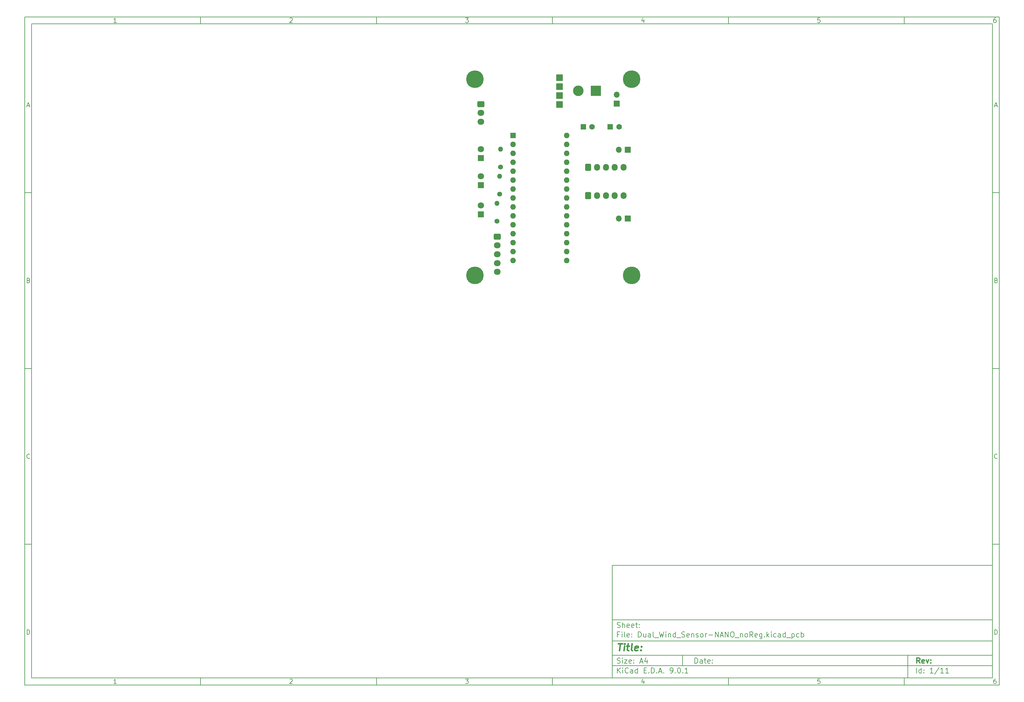
<source format=gbr>
%TF.GenerationSoftware,KiCad,Pcbnew,9.0.1*%
%TF.CreationDate,2025-07-06T08:30:04+03:00*%
%TF.ProjectId,Dual_Wind_Sensor-NANO_noReg,4475616c-5f57-4696-9e64-5f53656e736f,rev?*%
%TF.SameCoordinates,Original*%
%TF.FileFunction,Copper,L1,Top*%
%TF.FilePolarity,Positive*%
%FSLAX46Y46*%
G04 Gerber Fmt 4.6, Leading zero omitted, Abs format (unit mm)*
G04 Created by KiCad (PCBNEW 9.0.1) date 2025-07-06 08:30:04*
%MOMM*%
%LPD*%
G01*
G04 APERTURE LIST*
G04 Aperture macros list*
%AMRoundRect*
0 Rectangle with rounded corners*
0 $1 Rounding radius*
0 $2 $3 $4 $5 $6 $7 $8 $9 X,Y pos of 4 corners*
0 Add a 4 corners polygon primitive as box body*
4,1,4,$2,$3,$4,$5,$6,$7,$8,$9,$2,$3,0*
0 Add four circle primitives for the rounded corners*
1,1,$1+$1,$2,$3*
1,1,$1+$1,$4,$5*
1,1,$1+$1,$6,$7*
1,1,$1+$1,$8,$9*
0 Add four rect primitives between the rounded corners*
20,1,$1+$1,$2,$3,$4,$5,0*
20,1,$1+$1,$4,$5,$6,$7,0*
20,1,$1+$1,$6,$7,$8,$9,0*
20,1,$1+$1,$8,$9,$2,$3,0*%
G04 Aperture macros list end*
%ADD10C,0.100000*%
%ADD11C,0.150000*%
%ADD12C,0.300000*%
%ADD13C,0.400000*%
%TA.AperFunction,ComponentPad*%
%ADD14C,1.400000*%
%TD*%
%TA.AperFunction,ComponentPad*%
%ADD15O,1.400000X1.400000*%
%TD*%
%TA.AperFunction,ComponentPad*%
%ADD16RoundRect,0.250000X-0.725000X0.600000X-0.725000X-0.600000X0.725000X-0.600000X0.725000X0.600000X0*%
%TD*%
%TA.AperFunction,ComponentPad*%
%ADD17O,1.950000X1.700000*%
%TD*%
%TA.AperFunction,ComponentPad*%
%ADD18R,1.700000X1.700000*%
%TD*%
%TA.AperFunction,ComponentPad*%
%ADD19O,1.700000X1.700000*%
%TD*%
%TA.AperFunction,ComponentPad*%
%ADD20R,1.600000X1.600000*%
%TD*%
%TA.AperFunction,ComponentPad*%
%ADD21C,1.600000*%
%TD*%
%TA.AperFunction,ComponentPad*%
%ADD22RoundRect,0.250000X-0.600000X-0.725000X0.600000X-0.725000X0.600000X0.725000X-0.600000X0.725000X0*%
%TD*%
%TA.AperFunction,ComponentPad*%
%ADD23O,1.700000X1.950000*%
%TD*%
%TA.AperFunction,ComponentPad*%
%ADD24R,1.800000X1.800000*%
%TD*%
%TA.AperFunction,ComponentPad*%
%ADD25C,1.800000*%
%TD*%
%TA.AperFunction,ComponentPad*%
%ADD26O,1.600000X1.600000*%
%TD*%
%TA.AperFunction,ComponentPad*%
%ADD27C,0.800000*%
%TD*%
%TA.AperFunction,ComponentPad*%
%ADD28C,5.000000*%
%TD*%
%TA.AperFunction,ComponentPad*%
%ADD29R,1.930400X1.930400*%
%TD*%
%TA.AperFunction,ComponentPad*%
%ADD30R,3.000000X3.000000*%
%TD*%
%TA.AperFunction,ComponentPad*%
%ADD31C,3.000000*%
%TD*%
G04 APERTURE END LIST*
D10*
D11*
X177002200Y-166007200D02*
X285002200Y-166007200D01*
X285002200Y-198007200D01*
X177002200Y-198007200D01*
X177002200Y-166007200D01*
D10*
D11*
X10000000Y-10000000D02*
X287002200Y-10000000D01*
X287002200Y-200007200D01*
X10000000Y-200007200D01*
X10000000Y-10000000D01*
D10*
D11*
X12000000Y-12000000D02*
X285002200Y-12000000D01*
X285002200Y-198007200D01*
X12000000Y-198007200D01*
X12000000Y-12000000D01*
D10*
D11*
X60000000Y-12000000D02*
X60000000Y-10000000D01*
D10*
D11*
X110000000Y-12000000D02*
X110000000Y-10000000D01*
D10*
D11*
X160000000Y-12000000D02*
X160000000Y-10000000D01*
D10*
D11*
X210000000Y-12000000D02*
X210000000Y-10000000D01*
D10*
D11*
X260000000Y-12000000D02*
X260000000Y-10000000D01*
D10*
D11*
X36089160Y-11593604D02*
X35346303Y-11593604D01*
X35717731Y-11593604D02*
X35717731Y-10293604D01*
X35717731Y-10293604D02*
X35593922Y-10479319D01*
X35593922Y-10479319D02*
X35470112Y-10603128D01*
X35470112Y-10603128D02*
X35346303Y-10665033D01*
D10*
D11*
X85346303Y-10417414D02*
X85408207Y-10355509D01*
X85408207Y-10355509D02*
X85532017Y-10293604D01*
X85532017Y-10293604D02*
X85841541Y-10293604D01*
X85841541Y-10293604D02*
X85965350Y-10355509D01*
X85965350Y-10355509D02*
X86027255Y-10417414D01*
X86027255Y-10417414D02*
X86089160Y-10541223D01*
X86089160Y-10541223D02*
X86089160Y-10665033D01*
X86089160Y-10665033D02*
X86027255Y-10850747D01*
X86027255Y-10850747D02*
X85284398Y-11593604D01*
X85284398Y-11593604D02*
X86089160Y-11593604D01*
D10*
D11*
X135284398Y-10293604D02*
X136089160Y-10293604D01*
X136089160Y-10293604D02*
X135655826Y-10788842D01*
X135655826Y-10788842D02*
X135841541Y-10788842D01*
X135841541Y-10788842D02*
X135965350Y-10850747D01*
X135965350Y-10850747D02*
X136027255Y-10912652D01*
X136027255Y-10912652D02*
X136089160Y-11036461D01*
X136089160Y-11036461D02*
X136089160Y-11345985D01*
X136089160Y-11345985D02*
X136027255Y-11469795D01*
X136027255Y-11469795D02*
X135965350Y-11531700D01*
X135965350Y-11531700D02*
X135841541Y-11593604D01*
X135841541Y-11593604D02*
X135470112Y-11593604D01*
X135470112Y-11593604D02*
X135346303Y-11531700D01*
X135346303Y-11531700D02*
X135284398Y-11469795D01*
D10*
D11*
X185965350Y-10726938D02*
X185965350Y-11593604D01*
X185655826Y-10231700D02*
X185346303Y-11160271D01*
X185346303Y-11160271D02*
X186151064Y-11160271D01*
D10*
D11*
X236027255Y-10293604D02*
X235408207Y-10293604D01*
X235408207Y-10293604D02*
X235346303Y-10912652D01*
X235346303Y-10912652D02*
X235408207Y-10850747D01*
X235408207Y-10850747D02*
X235532017Y-10788842D01*
X235532017Y-10788842D02*
X235841541Y-10788842D01*
X235841541Y-10788842D02*
X235965350Y-10850747D01*
X235965350Y-10850747D02*
X236027255Y-10912652D01*
X236027255Y-10912652D02*
X236089160Y-11036461D01*
X236089160Y-11036461D02*
X236089160Y-11345985D01*
X236089160Y-11345985D02*
X236027255Y-11469795D01*
X236027255Y-11469795D02*
X235965350Y-11531700D01*
X235965350Y-11531700D02*
X235841541Y-11593604D01*
X235841541Y-11593604D02*
X235532017Y-11593604D01*
X235532017Y-11593604D02*
X235408207Y-11531700D01*
X235408207Y-11531700D02*
X235346303Y-11469795D01*
D10*
D11*
X285965350Y-10293604D02*
X285717731Y-10293604D01*
X285717731Y-10293604D02*
X285593922Y-10355509D01*
X285593922Y-10355509D02*
X285532017Y-10417414D01*
X285532017Y-10417414D02*
X285408207Y-10603128D01*
X285408207Y-10603128D02*
X285346303Y-10850747D01*
X285346303Y-10850747D02*
X285346303Y-11345985D01*
X285346303Y-11345985D02*
X285408207Y-11469795D01*
X285408207Y-11469795D02*
X285470112Y-11531700D01*
X285470112Y-11531700D02*
X285593922Y-11593604D01*
X285593922Y-11593604D02*
X285841541Y-11593604D01*
X285841541Y-11593604D02*
X285965350Y-11531700D01*
X285965350Y-11531700D02*
X286027255Y-11469795D01*
X286027255Y-11469795D02*
X286089160Y-11345985D01*
X286089160Y-11345985D02*
X286089160Y-11036461D01*
X286089160Y-11036461D02*
X286027255Y-10912652D01*
X286027255Y-10912652D02*
X285965350Y-10850747D01*
X285965350Y-10850747D02*
X285841541Y-10788842D01*
X285841541Y-10788842D02*
X285593922Y-10788842D01*
X285593922Y-10788842D02*
X285470112Y-10850747D01*
X285470112Y-10850747D02*
X285408207Y-10912652D01*
X285408207Y-10912652D02*
X285346303Y-11036461D01*
D10*
D11*
X60000000Y-198007200D02*
X60000000Y-200007200D01*
D10*
D11*
X110000000Y-198007200D02*
X110000000Y-200007200D01*
D10*
D11*
X160000000Y-198007200D02*
X160000000Y-200007200D01*
D10*
D11*
X210000000Y-198007200D02*
X210000000Y-200007200D01*
D10*
D11*
X260000000Y-198007200D02*
X260000000Y-200007200D01*
D10*
D11*
X36089160Y-199600804D02*
X35346303Y-199600804D01*
X35717731Y-199600804D02*
X35717731Y-198300804D01*
X35717731Y-198300804D02*
X35593922Y-198486519D01*
X35593922Y-198486519D02*
X35470112Y-198610328D01*
X35470112Y-198610328D02*
X35346303Y-198672233D01*
D10*
D11*
X85346303Y-198424614D02*
X85408207Y-198362709D01*
X85408207Y-198362709D02*
X85532017Y-198300804D01*
X85532017Y-198300804D02*
X85841541Y-198300804D01*
X85841541Y-198300804D02*
X85965350Y-198362709D01*
X85965350Y-198362709D02*
X86027255Y-198424614D01*
X86027255Y-198424614D02*
X86089160Y-198548423D01*
X86089160Y-198548423D02*
X86089160Y-198672233D01*
X86089160Y-198672233D02*
X86027255Y-198857947D01*
X86027255Y-198857947D02*
X85284398Y-199600804D01*
X85284398Y-199600804D02*
X86089160Y-199600804D01*
D10*
D11*
X135284398Y-198300804D02*
X136089160Y-198300804D01*
X136089160Y-198300804D02*
X135655826Y-198796042D01*
X135655826Y-198796042D02*
X135841541Y-198796042D01*
X135841541Y-198796042D02*
X135965350Y-198857947D01*
X135965350Y-198857947D02*
X136027255Y-198919852D01*
X136027255Y-198919852D02*
X136089160Y-199043661D01*
X136089160Y-199043661D02*
X136089160Y-199353185D01*
X136089160Y-199353185D02*
X136027255Y-199476995D01*
X136027255Y-199476995D02*
X135965350Y-199538900D01*
X135965350Y-199538900D02*
X135841541Y-199600804D01*
X135841541Y-199600804D02*
X135470112Y-199600804D01*
X135470112Y-199600804D02*
X135346303Y-199538900D01*
X135346303Y-199538900D02*
X135284398Y-199476995D01*
D10*
D11*
X185965350Y-198734138D02*
X185965350Y-199600804D01*
X185655826Y-198238900D02*
X185346303Y-199167471D01*
X185346303Y-199167471D02*
X186151064Y-199167471D01*
D10*
D11*
X236027255Y-198300804D02*
X235408207Y-198300804D01*
X235408207Y-198300804D02*
X235346303Y-198919852D01*
X235346303Y-198919852D02*
X235408207Y-198857947D01*
X235408207Y-198857947D02*
X235532017Y-198796042D01*
X235532017Y-198796042D02*
X235841541Y-198796042D01*
X235841541Y-198796042D02*
X235965350Y-198857947D01*
X235965350Y-198857947D02*
X236027255Y-198919852D01*
X236027255Y-198919852D02*
X236089160Y-199043661D01*
X236089160Y-199043661D02*
X236089160Y-199353185D01*
X236089160Y-199353185D02*
X236027255Y-199476995D01*
X236027255Y-199476995D02*
X235965350Y-199538900D01*
X235965350Y-199538900D02*
X235841541Y-199600804D01*
X235841541Y-199600804D02*
X235532017Y-199600804D01*
X235532017Y-199600804D02*
X235408207Y-199538900D01*
X235408207Y-199538900D02*
X235346303Y-199476995D01*
D10*
D11*
X285965350Y-198300804D02*
X285717731Y-198300804D01*
X285717731Y-198300804D02*
X285593922Y-198362709D01*
X285593922Y-198362709D02*
X285532017Y-198424614D01*
X285532017Y-198424614D02*
X285408207Y-198610328D01*
X285408207Y-198610328D02*
X285346303Y-198857947D01*
X285346303Y-198857947D02*
X285346303Y-199353185D01*
X285346303Y-199353185D02*
X285408207Y-199476995D01*
X285408207Y-199476995D02*
X285470112Y-199538900D01*
X285470112Y-199538900D02*
X285593922Y-199600804D01*
X285593922Y-199600804D02*
X285841541Y-199600804D01*
X285841541Y-199600804D02*
X285965350Y-199538900D01*
X285965350Y-199538900D02*
X286027255Y-199476995D01*
X286027255Y-199476995D02*
X286089160Y-199353185D01*
X286089160Y-199353185D02*
X286089160Y-199043661D01*
X286089160Y-199043661D02*
X286027255Y-198919852D01*
X286027255Y-198919852D02*
X285965350Y-198857947D01*
X285965350Y-198857947D02*
X285841541Y-198796042D01*
X285841541Y-198796042D02*
X285593922Y-198796042D01*
X285593922Y-198796042D02*
X285470112Y-198857947D01*
X285470112Y-198857947D02*
X285408207Y-198919852D01*
X285408207Y-198919852D02*
X285346303Y-199043661D01*
D10*
D11*
X10000000Y-60000000D02*
X12000000Y-60000000D01*
D10*
D11*
X10000000Y-110000000D02*
X12000000Y-110000000D01*
D10*
D11*
X10000000Y-160000000D02*
X12000000Y-160000000D01*
D10*
D11*
X10690476Y-35222176D02*
X11309523Y-35222176D01*
X10566666Y-35593604D02*
X10999999Y-34293604D01*
X10999999Y-34293604D02*
X11433333Y-35593604D01*
D10*
D11*
X11092857Y-84912652D02*
X11278571Y-84974557D01*
X11278571Y-84974557D02*
X11340476Y-85036461D01*
X11340476Y-85036461D02*
X11402380Y-85160271D01*
X11402380Y-85160271D02*
X11402380Y-85345985D01*
X11402380Y-85345985D02*
X11340476Y-85469795D01*
X11340476Y-85469795D02*
X11278571Y-85531700D01*
X11278571Y-85531700D02*
X11154761Y-85593604D01*
X11154761Y-85593604D02*
X10659523Y-85593604D01*
X10659523Y-85593604D02*
X10659523Y-84293604D01*
X10659523Y-84293604D02*
X11092857Y-84293604D01*
X11092857Y-84293604D02*
X11216666Y-84355509D01*
X11216666Y-84355509D02*
X11278571Y-84417414D01*
X11278571Y-84417414D02*
X11340476Y-84541223D01*
X11340476Y-84541223D02*
X11340476Y-84665033D01*
X11340476Y-84665033D02*
X11278571Y-84788842D01*
X11278571Y-84788842D02*
X11216666Y-84850747D01*
X11216666Y-84850747D02*
X11092857Y-84912652D01*
X11092857Y-84912652D02*
X10659523Y-84912652D01*
D10*
D11*
X11402380Y-135469795D02*
X11340476Y-135531700D01*
X11340476Y-135531700D02*
X11154761Y-135593604D01*
X11154761Y-135593604D02*
X11030952Y-135593604D01*
X11030952Y-135593604D02*
X10845238Y-135531700D01*
X10845238Y-135531700D02*
X10721428Y-135407890D01*
X10721428Y-135407890D02*
X10659523Y-135284080D01*
X10659523Y-135284080D02*
X10597619Y-135036461D01*
X10597619Y-135036461D02*
X10597619Y-134850747D01*
X10597619Y-134850747D02*
X10659523Y-134603128D01*
X10659523Y-134603128D02*
X10721428Y-134479319D01*
X10721428Y-134479319D02*
X10845238Y-134355509D01*
X10845238Y-134355509D02*
X11030952Y-134293604D01*
X11030952Y-134293604D02*
X11154761Y-134293604D01*
X11154761Y-134293604D02*
X11340476Y-134355509D01*
X11340476Y-134355509D02*
X11402380Y-134417414D01*
D10*
D11*
X10659523Y-185593604D02*
X10659523Y-184293604D01*
X10659523Y-184293604D02*
X10969047Y-184293604D01*
X10969047Y-184293604D02*
X11154761Y-184355509D01*
X11154761Y-184355509D02*
X11278571Y-184479319D01*
X11278571Y-184479319D02*
X11340476Y-184603128D01*
X11340476Y-184603128D02*
X11402380Y-184850747D01*
X11402380Y-184850747D02*
X11402380Y-185036461D01*
X11402380Y-185036461D02*
X11340476Y-185284080D01*
X11340476Y-185284080D02*
X11278571Y-185407890D01*
X11278571Y-185407890D02*
X11154761Y-185531700D01*
X11154761Y-185531700D02*
X10969047Y-185593604D01*
X10969047Y-185593604D02*
X10659523Y-185593604D01*
D10*
D11*
X287002200Y-60000000D02*
X285002200Y-60000000D01*
D10*
D11*
X287002200Y-110000000D02*
X285002200Y-110000000D01*
D10*
D11*
X287002200Y-160000000D02*
X285002200Y-160000000D01*
D10*
D11*
X285692676Y-35222176D02*
X286311723Y-35222176D01*
X285568866Y-35593604D02*
X286002199Y-34293604D01*
X286002199Y-34293604D02*
X286435533Y-35593604D01*
D10*
D11*
X286095057Y-84912652D02*
X286280771Y-84974557D01*
X286280771Y-84974557D02*
X286342676Y-85036461D01*
X286342676Y-85036461D02*
X286404580Y-85160271D01*
X286404580Y-85160271D02*
X286404580Y-85345985D01*
X286404580Y-85345985D02*
X286342676Y-85469795D01*
X286342676Y-85469795D02*
X286280771Y-85531700D01*
X286280771Y-85531700D02*
X286156961Y-85593604D01*
X286156961Y-85593604D02*
X285661723Y-85593604D01*
X285661723Y-85593604D02*
X285661723Y-84293604D01*
X285661723Y-84293604D02*
X286095057Y-84293604D01*
X286095057Y-84293604D02*
X286218866Y-84355509D01*
X286218866Y-84355509D02*
X286280771Y-84417414D01*
X286280771Y-84417414D02*
X286342676Y-84541223D01*
X286342676Y-84541223D02*
X286342676Y-84665033D01*
X286342676Y-84665033D02*
X286280771Y-84788842D01*
X286280771Y-84788842D02*
X286218866Y-84850747D01*
X286218866Y-84850747D02*
X286095057Y-84912652D01*
X286095057Y-84912652D02*
X285661723Y-84912652D01*
D10*
D11*
X286404580Y-135469795D02*
X286342676Y-135531700D01*
X286342676Y-135531700D02*
X286156961Y-135593604D01*
X286156961Y-135593604D02*
X286033152Y-135593604D01*
X286033152Y-135593604D02*
X285847438Y-135531700D01*
X285847438Y-135531700D02*
X285723628Y-135407890D01*
X285723628Y-135407890D02*
X285661723Y-135284080D01*
X285661723Y-135284080D02*
X285599819Y-135036461D01*
X285599819Y-135036461D02*
X285599819Y-134850747D01*
X285599819Y-134850747D02*
X285661723Y-134603128D01*
X285661723Y-134603128D02*
X285723628Y-134479319D01*
X285723628Y-134479319D02*
X285847438Y-134355509D01*
X285847438Y-134355509D02*
X286033152Y-134293604D01*
X286033152Y-134293604D02*
X286156961Y-134293604D01*
X286156961Y-134293604D02*
X286342676Y-134355509D01*
X286342676Y-134355509D02*
X286404580Y-134417414D01*
D10*
D11*
X285661723Y-185593604D02*
X285661723Y-184293604D01*
X285661723Y-184293604D02*
X285971247Y-184293604D01*
X285971247Y-184293604D02*
X286156961Y-184355509D01*
X286156961Y-184355509D02*
X286280771Y-184479319D01*
X286280771Y-184479319D02*
X286342676Y-184603128D01*
X286342676Y-184603128D02*
X286404580Y-184850747D01*
X286404580Y-184850747D02*
X286404580Y-185036461D01*
X286404580Y-185036461D02*
X286342676Y-185284080D01*
X286342676Y-185284080D02*
X286280771Y-185407890D01*
X286280771Y-185407890D02*
X286156961Y-185531700D01*
X286156961Y-185531700D02*
X285971247Y-185593604D01*
X285971247Y-185593604D02*
X285661723Y-185593604D01*
D10*
D11*
X200458026Y-193793328D02*
X200458026Y-192293328D01*
X200458026Y-192293328D02*
X200815169Y-192293328D01*
X200815169Y-192293328D02*
X201029455Y-192364757D01*
X201029455Y-192364757D02*
X201172312Y-192507614D01*
X201172312Y-192507614D02*
X201243741Y-192650471D01*
X201243741Y-192650471D02*
X201315169Y-192936185D01*
X201315169Y-192936185D02*
X201315169Y-193150471D01*
X201315169Y-193150471D02*
X201243741Y-193436185D01*
X201243741Y-193436185D02*
X201172312Y-193579042D01*
X201172312Y-193579042D02*
X201029455Y-193721900D01*
X201029455Y-193721900D02*
X200815169Y-193793328D01*
X200815169Y-193793328D02*
X200458026Y-193793328D01*
X202600884Y-193793328D02*
X202600884Y-193007614D01*
X202600884Y-193007614D02*
X202529455Y-192864757D01*
X202529455Y-192864757D02*
X202386598Y-192793328D01*
X202386598Y-192793328D02*
X202100884Y-192793328D01*
X202100884Y-192793328D02*
X201958026Y-192864757D01*
X202600884Y-193721900D02*
X202458026Y-193793328D01*
X202458026Y-193793328D02*
X202100884Y-193793328D01*
X202100884Y-193793328D02*
X201958026Y-193721900D01*
X201958026Y-193721900D02*
X201886598Y-193579042D01*
X201886598Y-193579042D02*
X201886598Y-193436185D01*
X201886598Y-193436185D02*
X201958026Y-193293328D01*
X201958026Y-193293328D02*
X202100884Y-193221900D01*
X202100884Y-193221900D02*
X202458026Y-193221900D01*
X202458026Y-193221900D02*
X202600884Y-193150471D01*
X203100884Y-192793328D02*
X203672312Y-192793328D01*
X203315169Y-192293328D02*
X203315169Y-193579042D01*
X203315169Y-193579042D02*
X203386598Y-193721900D01*
X203386598Y-193721900D02*
X203529455Y-193793328D01*
X203529455Y-193793328D02*
X203672312Y-193793328D01*
X204743741Y-193721900D02*
X204600884Y-193793328D01*
X204600884Y-193793328D02*
X204315170Y-193793328D01*
X204315170Y-193793328D02*
X204172312Y-193721900D01*
X204172312Y-193721900D02*
X204100884Y-193579042D01*
X204100884Y-193579042D02*
X204100884Y-193007614D01*
X204100884Y-193007614D02*
X204172312Y-192864757D01*
X204172312Y-192864757D02*
X204315170Y-192793328D01*
X204315170Y-192793328D02*
X204600884Y-192793328D01*
X204600884Y-192793328D02*
X204743741Y-192864757D01*
X204743741Y-192864757D02*
X204815170Y-193007614D01*
X204815170Y-193007614D02*
X204815170Y-193150471D01*
X204815170Y-193150471D02*
X204100884Y-193293328D01*
X205458026Y-193650471D02*
X205529455Y-193721900D01*
X205529455Y-193721900D02*
X205458026Y-193793328D01*
X205458026Y-193793328D02*
X205386598Y-193721900D01*
X205386598Y-193721900D02*
X205458026Y-193650471D01*
X205458026Y-193650471D02*
X205458026Y-193793328D01*
X205458026Y-192864757D02*
X205529455Y-192936185D01*
X205529455Y-192936185D02*
X205458026Y-193007614D01*
X205458026Y-193007614D02*
X205386598Y-192936185D01*
X205386598Y-192936185D02*
X205458026Y-192864757D01*
X205458026Y-192864757D02*
X205458026Y-193007614D01*
D10*
D11*
X177002200Y-194507200D02*
X285002200Y-194507200D01*
D10*
D11*
X178458026Y-196593328D02*
X178458026Y-195093328D01*
X179315169Y-196593328D02*
X178672312Y-195736185D01*
X179315169Y-195093328D02*
X178458026Y-195950471D01*
X179958026Y-196593328D02*
X179958026Y-195593328D01*
X179958026Y-195093328D02*
X179886598Y-195164757D01*
X179886598Y-195164757D02*
X179958026Y-195236185D01*
X179958026Y-195236185D02*
X180029455Y-195164757D01*
X180029455Y-195164757D02*
X179958026Y-195093328D01*
X179958026Y-195093328D02*
X179958026Y-195236185D01*
X181529455Y-196450471D02*
X181458027Y-196521900D01*
X181458027Y-196521900D02*
X181243741Y-196593328D01*
X181243741Y-196593328D02*
X181100884Y-196593328D01*
X181100884Y-196593328D02*
X180886598Y-196521900D01*
X180886598Y-196521900D02*
X180743741Y-196379042D01*
X180743741Y-196379042D02*
X180672312Y-196236185D01*
X180672312Y-196236185D02*
X180600884Y-195950471D01*
X180600884Y-195950471D02*
X180600884Y-195736185D01*
X180600884Y-195736185D02*
X180672312Y-195450471D01*
X180672312Y-195450471D02*
X180743741Y-195307614D01*
X180743741Y-195307614D02*
X180886598Y-195164757D01*
X180886598Y-195164757D02*
X181100884Y-195093328D01*
X181100884Y-195093328D02*
X181243741Y-195093328D01*
X181243741Y-195093328D02*
X181458027Y-195164757D01*
X181458027Y-195164757D02*
X181529455Y-195236185D01*
X182815170Y-196593328D02*
X182815170Y-195807614D01*
X182815170Y-195807614D02*
X182743741Y-195664757D01*
X182743741Y-195664757D02*
X182600884Y-195593328D01*
X182600884Y-195593328D02*
X182315170Y-195593328D01*
X182315170Y-195593328D02*
X182172312Y-195664757D01*
X182815170Y-196521900D02*
X182672312Y-196593328D01*
X182672312Y-196593328D02*
X182315170Y-196593328D01*
X182315170Y-196593328D02*
X182172312Y-196521900D01*
X182172312Y-196521900D02*
X182100884Y-196379042D01*
X182100884Y-196379042D02*
X182100884Y-196236185D01*
X182100884Y-196236185D02*
X182172312Y-196093328D01*
X182172312Y-196093328D02*
X182315170Y-196021900D01*
X182315170Y-196021900D02*
X182672312Y-196021900D01*
X182672312Y-196021900D02*
X182815170Y-195950471D01*
X184172313Y-196593328D02*
X184172313Y-195093328D01*
X184172313Y-196521900D02*
X184029455Y-196593328D01*
X184029455Y-196593328D02*
X183743741Y-196593328D01*
X183743741Y-196593328D02*
X183600884Y-196521900D01*
X183600884Y-196521900D02*
X183529455Y-196450471D01*
X183529455Y-196450471D02*
X183458027Y-196307614D01*
X183458027Y-196307614D02*
X183458027Y-195879042D01*
X183458027Y-195879042D02*
X183529455Y-195736185D01*
X183529455Y-195736185D02*
X183600884Y-195664757D01*
X183600884Y-195664757D02*
X183743741Y-195593328D01*
X183743741Y-195593328D02*
X184029455Y-195593328D01*
X184029455Y-195593328D02*
X184172313Y-195664757D01*
X186029455Y-195807614D02*
X186529455Y-195807614D01*
X186743741Y-196593328D02*
X186029455Y-196593328D01*
X186029455Y-196593328D02*
X186029455Y-195093328D01*
X186029455Y-195093328D02*
X186743741Y-195093328D01*
X187386598Y-196450471D02*
X187458027Y-196521900D01*
X187458027Y-196521900D02*
X187386598Y-196593328D01*
X187386598Y-196593328D02*
X187315170Y-196521900D01*
X187315170Y-196521900D02*
X187386598Y-196450471D01*
X187386598Y-196450471D02*
X187386598Y-196593328D01*
X188100884Y-196593328D02*
X188100884Y-195093328D01*
X188100884Y-195093328D02*
X188458027Y-195093328D01*
X188458027Y-195093328D02*
X188672313Y-195164757D01*
X188672313Y-195164757D02*
X188815170Y-195307614D01*
X188815170Y-195307614D02*
X188886599Y-195450471D01*
X188886599Y-195450471D02*
X188958027Y-195736185D01*
X188958027Y-195736185D02*
X188958027Y-195950471D01*
X188958027Y-195950471D02*
X188886599Y-196236185D01*
X188886599Y-196236185D02*
X188815170Y-196379042D01*
X188815170Y-196379042D02*
X188672313Y-196521900D01*
X188672313Y-196521900D02*
X188458027Y-196593328D01*
X188458027Y-196593328D02*
X188100884Y-196593328D01*
X189600884Y-196450471D02*
X189672313Y-196521900D01*
X189672313Y-196521900D02*
X189600884Y-196593328D01*
X189600884Y-196593328D02*
X189529456Y-196521900D01*
X189529456Y-196521900D02*
X189600884Y-196450471D01*
X189600884Y-196450471D02*
X189600884Y-196593328D01*
X190243742Y-196164757D02*
X190958028Y-196164757D01*
X190100885Y-196593328D02*
X190600885Y-195093328D01*
X190600885Y-195093328D02*
X191100885Y-196593328D01*
X191600884Y-196450471D02*
X191672313Y-196521900D01*
X191672313Y-196521900D02*
X191600884Y-196593328D01*
X191600884Y-196593328D02*
X191529456Y-196521900D01*
X191529456Y-196521900D02*
X191600884Y-196450471D01*
X191600884Y-196450471D02*
X191600884Y-196593328D01*
X193529456Y-196593328D02*
X193815170Y-196593328D01*
X193815170Y-196593328D02*
X193958027Y-196521900D01*
X193958027Y-196521900D02*
X194029456Y-196450471D01*
X194029456Y-196450471D02*
X194172313Y-196236185D01*
X194172313Y-196236185D02*
X194243742Y-195950471D01*
X194243742Y-195950471D02*
X194243742Y-195379042D01*
X194243742Y-195379042D02*
X194172313Y-195236185D01*
X194172313Y-195236185D02*
X194100885Y-195164757D01*
X194100885Y-195164757D02*
X193958027Y-195093328D01*
X193958027Y-195093328D02*
X193672313Y-195093328D01*
X193672313Y-195093328D02*
X193529456Y-195164757D01*
X193529456Y-195164757D02*
X193458027Y-195236185D01*
X193458027Y-195236185D02*
X193386599Y-195379042D01*
X193386599Y-195379042D02*
X193386599Y-195736185D01*
X193386599Y-195736185D02*
X193458027Y-195879042D01*
X193458027Y-195879042D02*
X193529456Y-195950471D01*
X193529456Y-195950471D02*
X193672313Y-196021900D01*
X193672313Y-196021900D02*
X193958027Y-196021900D01*
X193958027Y-196021900D02*
X194100885Y-195950471D01*
X194100885Y-195950471D02*
X194172313Y-195879042D01*
X194172313Y-195879042D02*
X194243742Y-195736185D01*
X194886598Y-196450471D02*
X194958027Y-196521900D01*
X194958027Y-196521900D02*
X194886598Y-196593328D01*
X194886598Y-196593328D02*
X194815170Y-196521900D01*
X194815170Y-196521900D02*
X194886598Y-196450471D01*
X194886598Y-196450471D02*
X194886598Y-196593328D01*
X195886599Y-195093328D02*
X196029456Y-195093328D01*
X196029456Y-195093328D02*
X196172313Y-195164757D01*
X196172313Y-195164757D02*
X196243742Y-195236185D01*
X196243742Y-195236185D02*
X196315170Y-195379042D01*
X196315170Y-195379042D02*
X196386599Y-195664757D01*
X196386599Y-195664757D02*
X196386599Y-196021900D01*
X196386599Y-196021900D02*
X196315170Y-196307614D01*
X196315170Y-196307614D02*
X196243742Y-196450471D01*
X196243742Y-196450471D02*
X196172313Y-196521900D01*
X196172313Y-196521900D02*
X196029456Y-196593328D01*
X196029456Y-196593328D02*
X195886599Y-196593328D01*
X195886599Y-196593328D02*
X195743742Y-196521900D01*
X195743742Y-196521900D02*
X195672313Y-196450471D01*
X195672313Y-196450471D02*
X195600884Y-196307614D01*
X195600884Y-196307614D02*
X195529456Y-196021900D01*
X195529456Y-196021900D02*
X195529456Y-195664757D01*
X195529456Y-195664757D02*
X195600884Y-195379042D01*
X195600884Y-195379042D02*
X195672313Y-195236185D01*
X195672313Y-195236185D02*
X195743742Y-195164757D01*
X195743742Y-195164757D02*
X195886599Y-195093328D01*
X197029455Y-196450471D02*
X197100884Y-196521900D01*
X197100884Y-196521900D02*
X197029455Y-196593328D01*
X197029455Y-196593328D02*
X196958027Y-196521900D01*
X196958027Y-196521900D02*
X197029455Y-196450471D01*
X197029455Y-196450471D02*
X197029455Y-196593328D01*
X198529456Y-196593328D02*
X197672313Y-196593328D01*
X198100884Y-196593328D02*
X198100884Y-195093328D01*
X198100884Y-195093328D02*
X197958027Y-195307614D01*
X197958027Y-195307614D02*
X197815170Y-195450471D01*
X197815170Y-195450471D02*
X197672313Y-195521900D01*
D10*
D11*
X177002200Y-191507200D02*
X285002200Y-191507200D01*
D10*
D12*
X264413853Y-193785528D02*
X263913853Y-193071242D01*
X263556710Y-193785528D02*
X263556710Y-192285528D01*
X263556710Y-192285528D02*
X264128139Y-192285528D01*
X264128139Y-192285528D02*
X264270996Y-192356957D01*
X264270996Y-192356957D02*
X264342425Y-192428385D01*
X264342425Y-192428385D02*
X264413853Y-192571242D01*
X264413853Y-192571242D02*
X264413853Y-192785528D01*
X264413853Y-192785528D02*
X264342425Y-192928385D01*
X264342425Y-192928385D02*
X264270996Y-192999814D01*
X264270996Y-192999814D02*
X264128139Y-193071242D01*
X264128139Y-193071242D02*
X263556710Y-193071242D01*
X265628139Y-193714100D02*
X265485282Y-193785528D01*
X265485282Y-193785528D02*
X265199568Y-193785528D01*
X265199568Y-193785528D02*
X265056710Y-193714100D01*
X265056710Y-193714100D02*
X264985282Y-193571242D01*
X264985282Y-193571242D02*
X264985282Y-192999814D01*
X264985282Y-192999814D02*
X265056710Y-192856957D01*
X265056710Y-192856957D02*
X265199568Y-192785528D01*
X265199568Y-192785528D02*
X265485282Y-192785528D01*
X265485282Y-192785528D02*
X265628139Y-192856957D01*
X265628139Y-192856957D02*
X265699568Y-192999814D01*
X265699568Y-192999814D02*
X265699568Y-193142671D01*
X265699568Y-193142671D02*
X264985282Y-193285528D01*
X266199567Y-192785528D02*
X266556710Y-193785528D01*
X266556710Y-193785528D02*
X266913853Y-192785528D01*
X267485281Y-193642671D02*
X267556710Y-193714100D01*
X267556710Y-193714100D02*
X267485281Y-193785528D01*
X267485281Y-193785528D02*
X267413853Y-193714100D01*
X267413853Y-193714100D02*
X267485281Y-193642671D01*
X267485281Y-193642671D02*
X267485281Y-193785528D01*
X267485281Y-192856957D02*
X267556710Y-192928385D01*
X267556710Y-192928385D02*
X267485281Y-192999814D01*
X267485281Y-192999814D02*
X267413853Y-192928385D01*
X267413853Y-192928385D02*
X267485281Y-192856957D01*
X267485281Y-192856957D02*
X267485281Y-192999814D01*
D10*
D11*
X178386598Y-193721900D02*
X178600884Y-193793328D01*
X178600884Y-193793328D02*
X178958026Y-193793328D01*
X178958026Y-193793328D02*
X179100884Y-193721900D01*
X179100884Y-193721900D02*
X179172312Y-193650471D01*
X179172312Y-193650471D02*
X179243741Y-193507614D01*
X179243741Y-193507614D02*
X179243741Y-193364757D01*
X179243741Y-193364757D02*
X179172312Y-193221900D01*
X179172312Y-193221900D02*
X179100884Y-193150471D01*
X179100884Y-193150471D02*
X178958026Y-193079042D01*
X178958026Y-193079042D02*
X178672312Y-193007614D01*
X178672312Y-193007614D02*
X178529455Y-192936185D01*
X178529455Y-192936185D02*
X178458026Y-192864757D01*
X178458026Y-192864757D02*
X178386598Y-192721900D01*
X178386598Y-192721900D02*
X178386598Y-192579042D01*
X178386598Y-192579042D02*
X178458026Y-192436185D01*
X178458026Y-192436185D02*
X178529455Y-192364757D01*
X178529455Y-192364757D02*
X178672312Y-192293328D01*
X178672312Y-192293328D02*
X179029455Y-192293328D01*
X179029455Y-192293328D02*
X179243741Y-192364757D01*
X179886597Y-193793328D02*
X179886597Y-192793328D01*
X179886597Y-192293328D02*
X179815169Y-192364757D01*
X179815169Y-192364757D02*
X179886597Y-192436185D01*
X179886597Y-192436185D02*
X179958026Y-192364757D01*
X179958026Y-192364757D02*
X179886597Y-192293328D01*
X179886597Y-192293328D02*
X179886597Y-192436185D01*
X180458026Y-192793328D02*
X181243741Y-192793328D01*
X181243741Y-192793328D02*
X180458026Y-193793328D01*
X180458026Y-193793328D02*
X181243741Y-193793328D01*
X182386598Y-193721900D02*
X182243741Y-193793328D01*
X182243741Y-193793328D02*
X181958027Y-193793328D01*
X181958027Y-193793328D02*
X181815169Y-193721900D01*
X181815169Y-193721900D02*
X181743741Y-193579042D01*
X181743741Y-193579042D02*
X181743741Y-193007614D01*
X181743741Y-193007614D02*
X181815169Y-192864757D01*
X181815169Y-192864757D02*
X181958027Y-192793328D01*
X181958027Y-192793328D02*
X182243741Y-192793328D01*
X182243741Y-192793328D02*
X182386598Y-192864757D01*
X182386598Y-192864757D02*
X182458027Y-193007614D01*
X182458027Y-193007614D02*
X182458027Y-193150471D01*
X182458027Y-193150471D02*
X181743741Y-193293328D01*
X183100883Y-193650471D02*
X183172312Y-193721900D01*
X183172312Y-193721900D02*
X183100883Y-193793328D01*
X183100883Y-193793328D02*
X183029455Y-193721900D01*
X183029455Y-193721900D02*
X183100883Y-193650471D01*
X183100883Y-193650471D02*
X183100883Y-193793328D01*
X183100883Y-192864757D02*
X183172312Y-192936185D01*
X183172312Y-192936185D02*
X183100883Y-193007614D01*
X183100883Y-193007614D02*
X183029455Y-192936185D01*
X183029455Y-192936185D02*
X183100883Y-192864757D01*
X183100883Y-192864757D02*
X183100883Y-193007614D01*
X184886598Y-193364757D02*
X185600884Y-193364757D01*
X184743741Y-193793328D02*
X185243741Y-192293328D01*
X185243741Y-192293328D02*
X185743741Y-193793328D01*
X186886598Y-192793328D02*
X186886598Y-193793328D01*
X186529455Y-192221900D02*
X186172312Y-193293328D01*
X186172312Y-193293328D02*
X187100883Y-193293328D01*
D10*
D11*
X263458026Y-196593328D02*
X263458026Y-195093328D01*
X264815170Y-196593328D02*
X264815170Y-195093328D01*
X264815170Y-196521900D02*
X264672312Y-196593328D01*
X264672312Y-196593328D02*
X264386598Y-196593328D01*
X264386598Y-196593328D02*
X264243741Y-196521900D01*
X264243741Y-196521900D02*
X264172312Y-196450471D01*
X264172312Y-196450471D02*
X264100884Y-196307614D01*
X264100884Y-196307614D02*
X264100884Y-195879042D01*
X264100884Y-195879042D02*
X264172312Y-195736185D01*
X264172312Y-195736185D02*
X264243741Y-195664757D01*
X264243741Y-195664757D02*
X264386598Y-195593328D01*
X264386598Y-195593328D02*
X264672312Y-195593328D01*
X264672312Y-195593328D02*
X264815170Y-195664757D01*
X265529455Y-196450471D02*
X265600884Y-196521900D01*
X265600884Y-196521900D02*
X265529455Y-196593328D01*
X265529455Y-196593328D02*
X265458027Y-196521900D01*
X265458027Y-196521900D02*
X265529455Y-196450471D01*
X265529455Y-196450471D02*
X265529455Y-196593328D01*
X265529455Y-195664757D02*
X265600884Y-195736185D01*
X265600884Y-195736185D02*
X265529455Y-195807614D01*
X265529455Y-195807614D02*
X265458027Y-195736185D01*
X265458027Y-195736185D02*
X265529455Y-195664757D01*
X265529455Y-195664757D02*
X265529455Y-195807614D01*
X268172313Y-196593328D02*
X267315170Y-196593328D01*
X267743741Y-196593328D02*
X267743741Y-195093328D01*
X267743741Y-195093328D02*
X267600884Y-195307614D01*
X267600884Y-195307614D02*
X267458027Y-195450471D01*
X267458027Y-195450471D02*
X267315170Y-195521900D01*
X269886598Y-195021900D02*
X268600884Y-196950471D01*
X271172313Y-196593328D02*
X270315170Y-196593328D01*
X270743741Y-196593328D02*
X270743741Y-195093328D01*
X270743741Y-195093328D02*
X270600884Y-195307614D01*
X270600884Y-195307614D02*
X270458027Y-195450471D01*
X270458027Y-195450471D02*
X270315170Y-195521900D01*
X272600884Y-196593328D02*
X271743741Y-196593328D01*
X272172312Y-196593328D02*
X272172312Y-195093328D01*
X272172312Y-195093328D02*
X272029455Y-195307614D01*
X272029455Y-195307614D02*
X271886598Y-195450471D01*
X271886598Y-195450471D02*
X271743741Y-195521900D01*
D10*
D11*
X177002200Y-187507200D02*
X285002200Y-187507200D01*
D10*
D13*
X178693928Y-188211638D02*
X179836785Y-188211638D01*
X179015357Y-190211638D02*
X179265357Y-188211638D01*
X180253452Y-190211638D02*
X180420119Y-188878304D01*
X180503452Y-188211638D02*
X180396309Y-188306876D01*
X180396309Y-188306876D02*
X180479643Y-188402114D01*
X180479643Y-188402114D02*
X180586786Y-188306876D01*
X180586786Y-188306876D02*
X180503452Y-188211638D01*
X180503452Y-188211638D02*
X180479643Y-188402114D01*
X181086786Y-188878304D02*
X181848690Y-188878304D01*
X181455833Y-188211638D02*
X181241548Y-189925923D01*
X181241548Y-189925923D02*
X181312976Y-190116400D01*
X181312976Y-190116400D02*
X181491548Y-190211638D01*
X181491548Y-190211638D02*
X181682024Y-190211638D01*
X182634405Y-190211638D02*
X182455833Y-190116400D01*
X182455833Y-190116400D02*
X182384405Y-189925923D01*
X182384405Y-189925923D02*
X182598690Y-188211638D01*
X184170119Y-190116400D02*
X183967738Y-190211638D01*
X183967738Y-190211638D02*
X183586785Y-190211638D01*
X183586785Y-190211638D02*
X183408214Y-190116400D01*
X183408214Y-190116400D02*
X183336785Y-189925923D01*
X183336785Y-189925923D02*
X183432024Y-189164019D01*
X183432024Y-189164019D02*
X183551071Y-188973542D01*
X183551071Y-188973542D02*
X183753452Y-188878304D01*
X183753452Y-188878304D02*
X184134404Y-188878304D01*
X184134404Y-188878304D02*
X184312976Y-188973542D01*
X184312976Y-188973542D02*
X184384404Y-189164019D01*
X184384404Y-189164019D02*
X184360595Y-189354495D01*
X184360595Y-189354495D02*
X183384404Y-189544971D01*
X185134405Y-190021161D02*
X185217738Y-190116400D01*
X185217738Y-190116400D02*
X185110595Y-190211638D01*
X185110595Y-190211638D02*
X185027262Y-190116400D01*
X185027262Y-190116400D02*
X185134405Y-190021161D01*
X185134405Y-190021161D02*
X185110595Y-190211638D01*
X185265357Y-188973542D02*
X185348690Y-189068780D01*
X185348690Y-189068780D02*
X185241548Y-189164019D01*
X185241548Y-189164019D02*
X185158214Y-189068780D01*
X185158214Y-189068780D02*
X185265357Y-188973542D01*
X185265357Y-188973542D02*
X185241548Y-189164019D01*
D10*
D11*
X178958026Y-185607614D02*
X178458026Y-185607614D01*
X178458026Y-186393328D02*
X178458026Y-184893328D01*
X178458026Y-184893328D02*
X179172312Y-184893328D01*
X179743740Y-186393328D02*
X179743740Y-185393328D01*
X179743740Y-184893328D02*
X179672312Y-184964757D01*
X179672312Y-184964757D02*
X179743740Y-185036185D01*
X179743740Y-185036185D02*
X179815169Y-184964757D01*
X179815169Y-184964757D02*
X179743740Y-184893328D01*
X179743740Y-184893328D02*
X179743740Y-185036185D01*
X180672312Y-186393328D02*
X180529455Y-186321900D01*
X180529455Y-186321900D02*
X180458026Y-186179042D01*
X180458026Y-186179042D02*
X180458026Y-184893328D01*
X181815169Y-186321900D02*
X181672312Y-186393328D01*
X181672312Y-186393328D02*
X181386598Y-186393328D01*
X181386598Y-186393328D02*
X181243740Y-186321900D01*
X181243740Y-186321900D02*
X181172312Y-186179042D01*
X181172312Y-186179042D02*
X181172312Y-185607614D01*
X181172312Y-185607614D02*
X181243740Y-185464757D01*
X181243740Y-185464757D02*
X181386598Y-185393328D01*
X181386598Y-185393328D02*
X181672312Y-185393328D01*
X181672312Y-185393328D02*
X181815169Y-185464757D01*
X181815169Y-185464757D02*
X181886598Y-185607614D01*
X181886598Y-185607614D02*
X181886598Y-185750471D01*
X181886598Y-185750471D02*
X181172312Y-185893328D01*
X182529454Y-186250471D02*
X182600883Y-186321900D01*
X182600883Y-186321900D02*
X182529454Y-186393328D01*
X182529454Y-186393328D02*
X182458026Y-186321900D01*
X182458026Y-186321900D02*
X182529454Y-186250471D01*
X182529454Y-186250471D02*
X182529454Y-186393328D01*
X182529454Y-185464757D02*
X182600883Y-185536185D01*
X182600883Y-185536185D02*
X182529454Y-185607614D01*
X182529454Y-185607614D02*
X182458026Y-185536185D01*
X182458026Y-185536185D02*
X182529454Y-185464757D01*
X182529454Y-185464757D02*
X182529454Y-185607614D01*
X184386597Y-186393328D02*
X184386597Y-184893328D01*
X184386597Y-184893328D02*
X184743740Y-184893328D01*
X184743740Y-184893328D02*
X184958026Y-184964757D01*
X184958026Y-184964757D02*
X185100883Y-185107614D01*
X185100883Y-185107614D02*
X185172312Y-185250471D01*
X185172312Y-185250471D02*
X185243740Y-185536185D01*
X185243740Y-185536185D02*
X185243740Y-185750471D01*
X185243740Y-185750471D02*
X185172312Y-186036185D01*
X185172312Y-186036185D02*
X185100883Y-186179042D01*
X185100883Y-186179042D02*
X184958026Y-186321900D01*
X184958026Y-186321900D02*
X184743740Y-186393328D01*
X184743740Y-186393328D02*
X184386597Y-186393328D01*
X186529455Y-185393328D02*
X186529455Y-186393328D01*
X185886597Y-185393328D02*
X185886597Y-186179042D01*
X185886597Y-186179042D02*
X185958026Y-186321900D01*
X185958026Y-186321900D02*
X186100883Y-186393328D01*
X186100883Y-186393328D02*
X186315169Y-186393328D01*
X186315169Y-186393328D02*
X186458026Y-186321900D01*
X186458026Y-186321900D02*
X186529455Y-186250471D01*
X187886598Y-186393328D02*
X187886598Y-185607614D01*
X187886598Y-185607614D02*
X187815169Y-185464757D01*
X187815169Y-185464757D02*
X187672312Y-185393328D01*
X187672312Y-185393328D02*
X187386598Y-185393328D01*
X187386598Y-185393328D02*
X187243740Y-185464757D01*
X187886598Y-186321900D02*
X187743740Y-186393328D01*
X187743740Y-186393328D02*
X187386598Y-186393328D01*
X187386598Y-186393328D02*
X187243740Y-186321900D01*
X187243740Y-186321900D02*
X187172312Y-186179042D01*
X187172312Y-186179042D02*
X187172312Y-186036185D01*
X187172312Y-186036185D02*
X187243740Y-185893328D01*
X187243740Y-185893328D02*
X187386598Y-185821900D01*
X187386598Y-185821900D02*
X187743740Y-185821900D01*
X187743740Y-185821900D02*
X187886598Y-185750471D01*
X188815169Y-186393328D02*
X188672312Y-186321900D01*
X188672312Y-186321900D02*
X188600883Y-186179042D01*
X188600883Y-186179042D02*
X188600883Y-184893328D01*
X189029455Y-186536185D02*
X190172312Y-186536185D01*
X190386597Y-184893328D02*
X190743740Y-186393328D01*
X190743740Y-186393328D02*
X191029454Y-185321900D01*
X191029454Y-185321900D02*
X191315169Y-186393328D01*
X191315169Y-186393328D02*
X191672312Y-184893328D01*
X192243740Y-186393328D02*
X192243740Y-185393328D01*
X192243740Y-184893328D02*
X192172312Y-184964757D01*
X192172312Y-184964757D02*
X192243740Y-185036185D01*
X192243740Y-185036185D02*
X192315169Y-184964757D01*
X192315169Y-184964757D02*
X192243740Y-184893328D01*
X192243740Y-184893328D02*
X192243740Y-185036185D01*
X192958026Y-185393328D02*
X192958026Y-186393328D01*
X192958026Y-185536185D02*
X193029455Y-185464757D01*
X193029455Y-185464757D02*
X193172312Y-185393328D01*
X193172312Y-185393328D02*
X193386598Y-185393328D01*
X193386598Y-185393328D02*
X193529455Y-185464757D01*
X193529455Y-185464757D02*
X193600884Y-185607614D01*
X193600884Y-185607614D02*
X193600884Y-186393328D01*
X194958027Y-186393328D02*
X194958027Y-184893328D01*
X194958027Y-186321900D02*
X194815169Y-186393328D01*
X194815169Y-186393328D02*
X194529455Y-186393328D01*
X194529455Y-186393328D02*
X194386598Y-186321900D01*
X194386598Y-186321900D02*
X194315169Y-186250471D01*
X194315169Y-186250471D02*
X194243741Y-186107614D01*
X194243741Y-186107614D02*
X194243741Y-185679042D01*
X194243741Y-185679042D02*
X194315169Y-185536185D01*
X194315169Y-185536185D02*
X194386598Y-185464757D01*
X194386598Y-185464757D02*
X194529455Y-185393328D01*
X194529455Y-185393328D02*
X194815169Y-185393328D01*
X194815169Y-185393328D02*
X194958027Y-185464757D01*
X195315170Y-186536185D02*
X196458027Y-186536185D01*
X196743741Y-186321900D02*
X196958027Y-186393328D01*
X196958027Y-186393328D02*
X197315169Y-186393328D01*
X197315169Y-186393328D02*
X197458027Y-186321900D01*
X197458027Y-186321900D02*
X197529455Y-186250471D01*
X197529455Y-186250471D02*
X197600884Y-186107614D01*
X197600884Y-186107614D02*
X197600884Y-185964757D01*
X197600884Y-185964757D02*
X197529455Y-185821900D01*
X197529455Y-185821900D02*
X197458027Y-185750471D01*
X197458027Y-185750471D02*
X197315169Y-185679042D01*
X197315169Y-185679042D02*
X197029455Y-185607614D01*
X197029455Y-185607614D02*
X196886598Y-185536185D01*
X196886598Y-185536185D02*
X196815169Y-185464757D01*
X196815169Y-185464757D02*
X196743741Y-185321900D01*
X196743741Y-185321900D02*
X196743741Y-185179042D01*
X196743741Y-185179042D02*
X196815169Y-185036185D01*
X196815169Y-185036185D02*
X196886598Y-184964757D01*
X196886598Y-184964757D02*
X197029455Y-184893328D01*
X197029455Y-184893328D02*
X197386598Y-184893328D01*
X197386598Y-184893328D02*
X197600884Y-184964757D01*
X198815169Y-186321900D02*
X198672312Y-186393328D01*
X198672312Y-186393328D02*
X198386598Y-186393328D01*
X198386598Y-186393328D02*
X198243740Y-186321900D01*
X198243740Y-186321900D02*
X198172312Y-186179042D01*
X198172312Y-186179042D02*
X198172312Y-185607614D01*
X198172312Y-185607614D02*
X198243740Y-185464757D01*
X198243740Y-185464757D02*
X198386598Y-185393328D01*
X198386598Y-185393328D02*
X198672312Y-185393328D01*
X198672312Y-185393328D02*
X198815169Y-185464757D01*
X198815169Y-185464757D02*
X198886598Y-185607614D01*
X198886598Y-185607614D02*
X198886598Y-185750471D01*
X198886598Y-185750471D02*
X198172312Y-185893328D01*
X199529454Y-185393328D02*
X199529454Y-186393328D01*
X199529454Y-185536185D02*
X199600883Y-185464757D01*
X199600883Y-185464757D02*
X199743740Y-185393328D01*
X199743740Y-185393328D02*
X199958026Y-185393328D01*
X199958026Y-185393328D02*
X200100883Y-185464757D01*
X200100883Y-185464757D02*
X200172312Y-185607614D01*
X200172312Y-185607614D02*
X200172312Y-186393328D01*
X200815169Y-186321900D02*
X200958026Y-186393328D01*
X200958026Y-186393328D02*
X201243740Y-186393328D01*
X201243740Y-186393328D02*
X201386597Y-186321900D01*
X201386597Y-186321900D02*
X201458026Y-186179042D01*
X201458026Y-186179042D02*
X201458026Y-186107614D01*
X201458026Y-186107614D02*
X201386597Y-185964757D01*
X201386597Y-185964757D02*
X201243740Y-185893328D01*
X201243740Y-185893328D02*
X201029455Y-185893328D01*
X201029455Y-185893328D02*
X200886597Y-185821900D01*
X200886597Y-185821900D02*
X200815169Y-185679042D01*
X200815169Y-185679042D02*
X200815169Y-185607614D01*
X200815169Y-185607614D02*
X200886597Y-185464757D01*
X200886597Y-185464757D02*
X201029455Y-185393328D01*
X201029455Y-185393328D02*
X201243740Y-185393328D01*
X201243740Y-185393328D02*
X201386597Y-185464757D01*
X202315169Y-186393328D02*
X202172312Y-186321900D01*
X202172312Y-186321900D02*
X202100883Y-186250471D01*
X202100883Y-186250471D02*
X202029455Y-186107614D01*
X202029455Y-186107614D02*
X202029455Y-185679042D01*
X202029455Y-185679042D02*
X202100883Y-185536185D01*
X202100883Y-185536185D02*
X202172312Y-185464757D01*
X202172312Y-185464757D02*
X202315169Y-185393328D01*
X202315169Y-185393328D02*
X202529455Y-185393328D01*
X202529455Y-185393328D02*
X202672312Y-185464757D01*
X202672312Y-185464757D02*
X202743741Y-185536185D01*
X202743741Y-185536185D02*
X202815169Y-185679042D01*
X202815169Y-185679042D02*
X202815169Y-186107614D01*
X202815169Y-186107614D02*
X202743741Y-186250471D01*
X202743741Y-186250471D02*
X202672312Y-186321900D01*
X202672312Y-186321900D02*
X202529455Y-186393328D01*
X202529455Y-186393328D02*
X202315169Y-186393328D01*
X203458026Y-186393328D02*
X203458026Y-185393328D01*
X203458026Y-185679042D02*
X203529455Y-185536185D01*
X203529455Y-185536185D02*
X203600884Y-185464757D01*
X203600884Y-185464757D02*
X203743741Y-185393328D01*
X203743741Y-185393328D02*
X203886598Y-185393328D01*
X204386597Y-185821900D02*
X205529455Y-185821900D01*
X206243740Y-186393328D02*
X206243740Y-184893328D01*
X206243740Y-184893328D02*
X207100883Y-186393328D01*
X207100883Y-186393328D02*
X207100883Y-184893328D01*
X207743741Y-185964757D02*
X208458027Y-185964757D01*
X207600884Y-186393328D02*
X208100884Y-184893328D01*
X208100884Y-184893328D02*
X208600884Y-186393328D01*
X209100883Y-186393328D02*
X209100883Y-184893328D01*
X209100883Y-184893328D02*
X209958026Y-186393328D01*
X209958026Y-186393328D02*
X209958026Y-184893328D01*
X210958027Y-184893328D02*
X211243741Y-184893328D01*
X211243741Y-184893328D02*
X211386598Y-184964757D01*
X211386598Y-184964757D02*
X211529455Y-185107614D01*
X211529455Y-185107614D02*
X211600884Y-185393328D01*
X211600884Y-185393328D02*
X211600884Y-185893328D01*
X211600884Y-185893328D02*
X211529455Y-186179042D01*
X211529455Y-186179042D02*
X211386598Y-186321900D01*
X211386598Y-186321900D02*
X211243741Y-186393328D01*
X211243741Y-186393328D02*
X210958027Y-186393328D01*
X210958027Y-186393328D02*
X210815170Y-186321900D01*
X210815170Y-186321900D02*
X210672312Y-186179042D01*
X210672312Y-186179042D02*
X210600884Y-185893328D01*
X210600884Y-185893328D02*
X210600884Y-185393328D01*
X210600884Y-185393328D02*
X210672312Y-185107614D01*
X210672312Y-185107614D02*
X210815170Y-184964757D01*
X210815170Y-184964757D02*
X210958027Y-184893328D01*
X211886599Y-186536185D02*
X213029456Y-186536185D01*
X213386598Y-185393328D02*
X213386598Y-186393328D01*
X213386598Y-185536185D02*
X213458027Y-185464757D01*
X213458027Y-185464757D02*
X213600884Y-185393328D01*
X213600884Y-185393328D02*
X213815170Y-185393328D01*
X213815170Y-185393328D02*
X213958027Y-185464757D01*
X213958027Y-185464757D02*
X214029456Y-185607614D01*
X214029456Y-185607614D02*
X214029456Y-186393328D01*
X214958027Y-186393328D02*
X214815170Y-186321900D01*
X214815170Y-186321900D02*
X214743741Y-186250471D01*
X214743741Y-186250471D02*
X214672313Y-186107614D01*
X214672313Y-186107614D02*
X214672313Y-185679042D01*
X214672313Y-185679042D02*
X214743741Y-185536185D01*
X214743741Y-185536185D02*
X214815170Y-185464757D01*
X214815170Y-185464757D02*
X214958027Y-185393328D01*
X214958027Y-185393328D02*
X215172313Y-185393328D01*
X215172313Y-185393328D02*
X215315170Y-185464757D01*
X215315170Y-185464757D02*
X215386599Y-185536185D01*
X215386599Y-185536185D02*
X215458027Y-185679042D01*
X215458027Y-185679042D02*
X215458027Y-186107614D01*
X215458027Y-186107614D02*
X215386599Y-186250471D01*
X215386599Y-186250471D02*
X215315170Y-186321900D01*
X215315170Y-186321900D02*
X215172313Y-186393328D01*
X215172313Y-186393328D02*
X214958027Y-186393328D01*
X216958027Y-186393328D02*
X216458027Y-185679042D01*
X216100884Y-186393328D02*
X216100884Y-184893328D01*
X216100884Y-184893328D02*
X216672313Y-184893328D01*
X216672313Y-184893328D02*
X216815170Y-184964757D01*
X216815170Y-184964757D02*
X216886599Y-185036185D01*
X216886599Y-185036185D02*
X216958027Y-185179042D01*
X216958027Y-185179042D02*
X216958027Y-185393328D01*
X216958027Y-185393328D02*
X216886599Y-185536185D01*
X216886599Y-185536185D02*
X216815170Y-185607614D01*
X216815170Y-185607614D02*
X216672313Y-185679042D01*
X216672313Y-185679042D02*
X216100884Y-185679042D01*
X218172313Y-186321900D02*
X218029456Y-186393328D01*
X218029456Y-186393328D02*
X217743742Y-186393328D01*
X217743742Y-186393328D02*
X217600884Y-186321900D01*
X217600884Y-186321900D02*
X217529456Y-186179042D01*
X217529456Y-186179042D02*
X217529456Y-185607614D01*
X217529456Y-185607614D02*
X217600884Y-185464757D01*
X217600884Y-185464757D02*
X217743742Y-185393328D01*
X217743742Y-185393328D02*
X218029456Y-185393328D01*
X218029456Y-185393328D02*
X218172313Y-185464757D01*
X218172313Y-185464757D02*
X218243742Y-185607614D01*
X218243742Y-185607614D02*
X218243742Y-185750471D01*
X218243742Y-185750471D02*
X217529456Y-185893328D01*
X219529456Y-185393328D02*
X219529456Y-186607614D01*
X219529456Y-186607614D02*
X219458027Y-186750471D01*
X219458027Y-186750471D02*
X219386598Y-186821900D01*
X219386598Y-186821900D02*
X219243741Y-186893328D01*
X219243741Y-186893328D02*
X219029456Y-186893328D01*
X219029456Y-186893328D02*
X218886598Y-186821900D01*
X219529456Y-186321900D02*
X219386598Y-186393328D01*
X219386598Y-186393328D02*
X219100884Y-186393328D01*
X219100884Y-186393328D02*
X218958027Y-186321900D01*
X218958027Y-186321900D02*
X218886598Y-186250471D01*
X218886598Y-186250471D02*
X218815170Y-186107614D01*
X218815170Y-186107614D02*
X218815170Y-185679042D01*
X218815170Y-185679042D02*
X218886598Y-185536185D01*
X218886598Y-185536185D02*
X218958027Y-185464757D01*
X218958027Y-185464757D02*
X219100884Y-185393328D01*
X219100884Y-185393328D02*
X219386598Y-185393328D01*
X219386598Y-185393328D02*
X219529456Y-185464757D01*
X220243741Y-186250471D02*
X220315170Y-186321900D01*
X220315170Y-186321900D02*
X220243741Y-186393328D01*
X220243741Y-186393328D02*
X220172313Y-186321900D01*
X220172313Y-186321900D02*
X220243741Y-186250471D01*
X220243741Y-186250471D02*
X220243741Y-186393328D01*
X220958027Y-186393328D02*
X220958027Y-184893328D01*
X221100885Y-185821900D02*
X221529456Y-186393328D01*
X221529456Y-185393328D02*
X220958027Y-185964757D01*
X222172313Y-186393328D02*
X222172313Y-185393328D01*
X222172313Y-184893328D02*
X222100885Y-184964757D01*
X222100885Y-184964757D02*
X222172313Y-185036185D01*
X222172313Y-185036185D02*
X222243742Y-184964757D01*
X222243742Y-184964757D02*
X222172313Y-184893328D01*
X222172313Y-184893328D02*
X222172313Y-185036185D01*
X223529457Y-186321900D02*
X223386599Y-186393328D01*
X223386599Y-186393328D02*
X223100885Y-186393328D01*
X223100885Y-186393328D02*
X222958028Y-186321900D01*
X222958028Y-186321900D02*
X222886599Y-186250471D01*
X222886599Y-186250471D02*
X222815171Y-186107614D01*
X222815171Y-186107614D02*
X222815171Y-185679042D01*
X222815171Y-185679042D02*
X222886599Y-185536185D01*
X222886599Y-185536185D02*
X222958028Y-185464757D01*
X222958028Y-185464757D02*
X223100885Y-185393328D01*
X223100885Y-185393328D02*
X223386599Y-185393328D01*
X223386599Y-185393328D02*
X223529457Y-185464757D01*
X224815171Y-186393328D02*
X224815171Y-185607614D01*
X224815171Y-185607614D02*
X224743742Y-185464757D01*
X224743742Y-185464757D02*
X224600885Y-185393328D01*
X224600885Y-185393328D02*
X224315171Y-185393328D01*
X224315171Y-185393328D02*
X224172313Y-185464757D01*
X224815171Y-186321900D02*
X224672313Y-186393328D01*
X224672313Y-186393328D02*
X224315171Y-186393328D01*
X224315171Y-186393328D02*
X224172313Y-186321900D01*
X224172313Y-186321900D02*
X224100885Y-186179042D01*
X224100885Y-186179042D02*
X224100885Y-186036185D01*
X224100885Y-186036185D02*
X224172313Y-185893328D01*
X224172313Y-185893328D02*
X224315171Y-185821900D01*
X224315171Y-185821900D02*
X224672313Y-185821900D01*
X224672313Y-185821900D02*
X224815171Y-185750471D01*
X226172314Y-186393328D02*
X226172314Y-184893328D01*
X226172314Y-186321900D02*
X226029456Y-186393328D01*
X226029456Y-186393328D02*
X225743742Y-186393328D01*
X225743742Y-186393328D02*
X225600885Y-186321900D01*
X225600885Y-186321900D02*
X225529456Y-186250471D01*
X225529456Y-186250471D02*
X225458028Y-186107614D01*
X225458028Y-186107614D02*
X225458028Y-185679042D01*
X225458028Y-185679042D02*
X225529456Y-185536185D01*
X225529456Y-185536185D02*
X225600885Y-185464757D01*
X225600885Y-185464757D02*
X225743742Y-185393328D01*
X225743742Y-185393328D02*
X226029456Y-185393328D01*
X226029456Y-185393328D02*
X226172314Y-185464757D01*
X226529457Y-186536185D02*
X227672314Y-186536185D01*
X228029456Y-185393328D02*
X228029456Y-186893328D01*
X228029456Y-185464757D02*
X228172314Y-185393328D01*
X228172314Y-185393328D02*
X228458028Y-185393328D01*
X228458028Y-185393328D02*
X228600885Y-185464757D01*
X228600885Y-185464757D02*
X228672314Y-185536185D01*
X228672314Y-185536185D02*
X228743742Y-185679042D01*
X228743742Y-185679042D02*
X228743742Y-186107614D01*
X228743742Y-186107614D02*
X228672314Y-186250471D01*
X228672314Y-186250471D02*
X228600885Y-186321900D01*
X228600885Y-186321900D02*
X228458028Y-186393328D01*
X228458028Y-186393328D02*
X228172314Y-186393328D01*
X228172314Y-186393328D02*
X228029456Y-186321900D01*
X230029457Y-186321900D02*
X229886599Y-186393328D01*
X229886599Y-186393328D02*
X229600885Y-186393328D01*
X229600885Y-186393328D02*
X229458028Y-186321900D01*
X229458028Y-186321900D02*
X229386599Y-186250471D01*
X229386599Y-186250471D02*
X229315171Y-186107614D01*
X229315171Y-186107614D02*
X229315171Y-185679042D01*
X229315171Y-185679042D02*
X229386599Y-185536185D01*
X229386599Y-185536185D02*
X229458028Y-185464757D01*
X229458028Y-185464757D02*
X229600885Y-185393328D01*
X229600885Y-185393328D02*
X229886599Y-185393328D01*
X229886599Y-185393328D02*
X230029457Y-185464757D01*
X230672313Y-186393328D02*
X230672313Y-184893328D01*
X230672313Y-185464757D02*
X230815171Y-185393328D01*
X230815171Y-185393328D02*
X231100885Y-185393328D01*
X231100885Y-185393328D02*
X231243742Y-185464757D01*
X231243742Y-185464757D02*
X231315171Y-185536185D01*
X231315171Y-185536185D02*
X231386599Y-185679042D01*
X231386599Y-185679042D02*
X231386599Y-186107614D01*
X231386599Y-186107614D02*
X231315171Y-186250471D01*
X231315171Y-186250471D02*
X231243742Y-186321900D01*
X231243742Y-186321900D02*
X231100885Y-186393328D01*
X231100885Y-186393328D02*
X230815171Y-186393328D01*
X230815171Y-186393328D02*
X230672313Y-186321900D01*
D10*
D11*
X177002200Y-181507200D02*
X285002200Y-181507200D01*
D10*
D11*
X178386598Y-183621900D02*
X178600884Y-183693328D01*
X178600884Y-183693328D02*
X178958026Y-183693328D01*
X178958026Y-183693328D02*
X179100884Y-183621900D01*
X179100884Y-183621900D02*
X179172312Y-183550471D01*
X179172312Y-183550471D02*
X179243741Y-183407614D01*
X179243741Y-183407614D02*
X179243741Y-183264757D01*
X179243741Y-183264757D02*
X179172312Y-183121900D01*
X179172312Y-183121900D02*
X179100884Y-183050471D01*
X179100884Y-183050471D02*
X178958026Y-182979042D01*
X178958026Y-182979042D02*
X178672312Y-182907614D01*
X178672312Y-182907614D02*
X178529455Y-182836185D01*
X178529455Y-182836185D02*
X178458026Y-182764757D01*
X178458026Y-182764757D02*
X178386598Y-182621900D01*
X178386598Y-182621900D02*
X178386598Y-182479042D01*
X178386598Y-182479042D02*
X178458026Y-182336185D01*
X178458026Y-182336185D02*
X178529455Y-182264757D01*
X178529455Y-182264757D02*
X178672312Y-182193328D01*
X178672312Y-182193328D02*
X179029455Y-182193328D01*
X179029455Y-182193328D02*
X179243741Y-182264757D01*
X179886597Y-183693328D02*
X179886597Y-182193328D01*
X180529455Y-183693328D02*
X180529455Y-182907614D01*
X180529455Y-182907614D02*
X180458026Y-182764757D01*
X180458026Y-182764757D02*
X180315169Y-182693328D01*
X180315169Y-182693328D02*
X180100883Y-182693328D01*
X180100883Y-182693328D02*
X179958026Y-182764757D01*
X179958026Y-182764757D02*
X179886597Y-182836185D01*
X181815169Y-183621900D02*
X181672312Y-183693328D01*
X181672312Y-183693328D02*
X181386598Y-183693328D01*
X181386598Y-183693328D02*
X181243740Y-183621900D01*
X181243740Y-183621900D02*
X181172312Y-183479042D01*
X181172312Y-183479042D02*
X181172312Y-182907614D01*
X181172312Y-182907614D02*
X181243740Y-182764757D01*
X181243740Y-182764757D02*
X181386598Y-182693328D01*
X181386598Y-182693328D02*
X181672312Y-182693328D01*
X181672312Y-182693328D02*
X181815169Y-182764757D01*
X181815169Y-182764757D02*
X181886598Y-182907614D01*
X181886598Y-182907614D02*
X181886598Y-183050471D01*
X181886598Y-183050471D02*
X181172312Y-183193328D01*
X183100883Y-183621900D02*
X182958026Y-183693328D01*
X182958026Y-183693328D02*
X182672312Y-183693328D01*
X182672312Y-183693328D02*
X182529454Y-183621900D01*
X182529454Y-183621900D02*
X182458026Y-183479042D01*
X182458026Y-183479042D02*
X182458026Y-182907614D01*
X182458026Y-182907614D02*
X182529454Y-182764757D01*
X182529454Y-182764757D02*
X182672312Y-182693328D01*
X182672312Y-182693328D02*
X182958026Y-182693328D01*
X182958026Y-182693328D02*
X183100883Y-182764757D01*
X183100883Y-182764757D02*
X183172312Y-182907614D01*
X183172312Y-182907614D02*
X183172312Y-183050471D01*
X183172312Y-183050471D02*
X182458026Y-183193328D01*
X183600883Y-182693328D02*
X184172311Y-182693328D01*
X183815168Y-182193328D02*
X183815168Y-183479042D01*
X183815168Y-183479042D02*
X183886597Y-183621900D01*
X183886597Y-183621900D02*
X184029454Y-183693328D01*
X184029454Y-183693328D02*
X184172311Y-183693328D01*
X184672311Y-183550471D02*
X184743740Y-183621900D01*
X184743740Y-183621900D02*
X184672311Y-183693328D01*
X184672311Y-183693328D02*
X184600883Y-183621900D01*
X184600883Y-183621900D02*
X184672311Y-183550471D01*
X184672311Y-183550471D02*
X184672311Y-183693328D01*
X184672311Y-182764757D02*
X184743740Y-182836185D01*
X184743740Y-182836185D02*
X184672311Y-182907614D01*
X184672311Y-182907614D02*
X184600883Y-182836185D01*
X184600883Y-182836185D02*
X184672311Y-182764757D01*
X184672311Y-182764757D02*
X184672311Y-182907614D01*
D10*
D11*
X197002200Y-191507200D02*
X197002200Y-194507200D01*
D10*
D11*
X261002200Y-191507200D02*
X261002200Y-198007200D01*
D14*
%TO.P,R2,1*%
%TO.N,Net-(A1-D6)*%
X144966600Y-60387600D03*
D15*
%TO.P,R2,2*%
%TO.N,Net-(D2-A)*%
X144966600Y-55307600D03*
%TD*%
D16*
%TO.P,J5,1,Pin_1*%
%TO.N,Net-(A1-D8)*%
X144316600Y-72497600D03*
D17*
%TO.P,J5,2,Pin_2*%
%TO.N,Net-(A1-D9)*%
X144316600Y-74997600D03*
%TO.P,J5,3,Pin_3*%
%TO.N,Net-(A1-D10)*%
X144316600Y-77497600D03*
%TO.P,J5,4,Pin_4*%
%TO.N,Net-(A1-D11)*%
X144316600Y-79997600D03*
%TO.P,J5,5,Pin_5*%
%TO.N,GND*%
X144316600Y-82497600D03*
%TD*%
D18*
%TO.P,JP3,1,A*%
%TO.N,+5V*%
X181416600Y-67297600D03*
D19*
%TO.P,JP3,2,B*%
%TO.N,Net-(J2-Pin_4)*%
X178876600Y-67297600D03*
%TD*%
D20*
%TO.P,C3,1*%
%TO.N,+5V*%
X176434221Y-41297600D03*
D21*
%TO.P,C3,2*%
%TO.N,GND*%
X178934221Y-41297600D03*
%TD*%
D14*
%TO.P,R3,1*%
%TO.N,Net-(A1-D7)*%
X144216600Y-68127600D03*
D15*
%TO.P,R3,2*%
%TO.N,Net-(D3-A)*%
X144216600Y-63047600D03*
%TD*%
D14*
%TO.P,R1,1*%
%TO.N,Net-(A1-D5)*%
X145262600Y-52684600D03*
D15*
%TO.P,R1,2*%
%TO.N,Net-(D1-A)*%
X145262600Y-47604600D03*
%TD*%
D22*
%TO.P,J3,1,Pin_1*%
%TO.N,Net-(A1-A3)*%
X170166600Y-52797600D03*
D23*
%TO.P,J3,2,Pin_2*%
%TO.N,Net-(A1-A2)*%
X172666600Y-52797600D03*
%TO.P,J3,3,Pin_3*%
%TO.N,unconnected-(J3-Pin_3-Pad3)*%
X175166600Y-52797600D03*
%TO.P,J3,4,Pin_4*%
%TO.N,Net-(J3-Pin_4)*%
X177666600Y-52797600D03*
%TO.P,J3,5,Pin_5*%
%TO.N,GND*%
X180166600Y-52797600D03*
%TD*%
D18*
%TO.P,JP2,1,A*%
%TO.N,+5V*%
X181366600Y-47747600D03*
D19*
%TO.P,JP2,2,B*%
%TO.N,Net-(J3-Pin_4)*%
X178826600Y-47747600D03*
%TD*%
D24*
%TO.P,D3,1,K*%
%TO.N,GND*%
X139674600Y-66137600D03*
D25*
%TO.P,D3,2,A*%
%TO.N,Net-(D3-A)*%
X139674600Y-63597600D03*
%TD*%
D20*
%TO.P,A1,1,D1/TX*%
%TO.N,Net-(A1-D1{slash}TX)*%
X148818600Y-43739600D03*
D26*
%TO.P,A1,2,D0/RX*%
%TO.N,Net-(A1-D0{slash}RX)*%
X148818600Y-46279600D03*
%TO.P,A1,3,~{RESET}*%
%TO.N,unconnected-(A1-~{RESET}-Pad3)*%
X148818600Y-48819600D03*
%TO.P,A1,4,GND*%
%TO.N,GND*%
X148818600Y-51359600D03*
%TO.P,A1,5,D2*%
%TO.N,unconnected-(A1-D2-Pad5)*%
X148818600Y-53899600D03*
%TO.P,A1,6,D3*%
%TO.N,unconnected-(A1-D3-Pad6)*%
X148818600Y-56439600D03*
%TO.P,A1,7,D4*%
%TO.N,unconnected-(A1-D4-Pad7)*%
X148818600Y-58979600D03*
%TO.P,A1,8,D5*%
%TO.N,Net-(A1-D5)*%
X148818600Y-61519600D03*
%TO.P,A1,9,D6*%
%TO.N,Net-(A1-D6)*%
X148818600Y-64059600D03*
%TO.P,A1,10,D7*%
%TO.N,Net-(A1-D7)*%
X148818600Y-66599600D03*
%TO.P,A1,11,D8*%
%TO.N,Net-(A1-D8)*%
X148818600Y-69139600D03*
%TO.P,A1,12,D9*%
%TO.N,Net-(A1-D9)*%
X148818600Y-71679600D03*
%TO.P,A1,13,D10*%
%TO.N,Net-(A1-D10)*%
X148818600Y-74219600D03*
%TO.P,A1,14,D11*%
%TO.N,Net-(A1-D11)*%
X148818600Y-76759600D03*
%TO.P,A1,15,D12*%
%TO.N,unconnected-(A1-D12-Pad15)*%
X148818600Y-79299600D03*
%TO.P,A1,16,D13*%
%TO.N,unconnected-(A1-D13-Pad16)*%
X164058600Y-79299600D03*
%TO.P,A1,17,3V3*%
%TO.N,unconnected-(A1-3V3-Pad17)*%
X164058600Y-76759600D03*
%TO.P,A1,18,AREF*%
%TO.N,unconnected-(A1-AREF-Pad18)*%
X164058600Y-74219600D03*
%TO.P,A1,19,A0*%
%TO.N,Net-(A1-A0)*%
X164058600Y-71679600D03*
%TO.P,A1,20,A1*%
%TO.N,Net-(A1-A1)*%
X164058600Y-69139600D03*
%TO.P,A1,21,A2*%
%TO.N,Net-(A1-A2)*%
X164058600Y-66599600D03*
%TO.P,A1,22,A3*%
%TO.N,Net-(A1-A3)*%
X164058600Y-64059600D03*
%TO.P,A1,23,A4*%
%TO.N,unconnected-(A1-A4-Pad23)*%
X164058600Y-61519600D03*
%TO.P,A1,24,A5*%
%TO.N,unconnected-(A1-A5-Pad24)*%
X164058600Y-58979600D03*
%TO.P,A1,25,A6*%
%TO.N,unconnected-(A1-A6-Pad25)*%
X164058600Y-56439600D03*
%TO.P,A1,26,A7*%
%TO.N,unconnected-(A1-A7-Pad26)*%
X164058600Y-53899600D03*
%TO.P,A1,27,+5V*%
%TO.N,+5V*%
X164058600Y-51359600D03*
%TO.P,A1,28,~{RESET}*%
%TO.N,unconnected-(A1-~{RESET}-Pad28)*%
X164058600Y-48819600D03*
%TO.P,A1,29,GND*%
%TO.N,GND*%
X164058600Y-46279600D03*
%TO.P,A1,30,VIN*%
%TO.N,+5V*%
X164058600Y-43739600D03*
%TD*%
D27*
%TO.P,H4,1*%
%TO.N,N/C*%
X180641600Y-83523600D03*
X181190775Y-82197775D03*
X181190775Y-84849425D03*
X182516600Y-81648600D03*
D28*
X182516600Y-83523600D03*
D27*
X182516600Y-85398600D03*
X183842425Y-82197775D03*
X183842425Y-84849425D03*
X184391600Y-83523600D03*
%TD*%
%TO.P,H2,1*%
%TO.N,N/C*%
X136109000Y-83523600D03*
X136658175Y-82197775D03*
X136658175Y-84849425D03*
X137984000Y-81648600D03*
D28*
X137984000Y-83523600D03*
D27*
X137984000Y-85398600D03*
X139309825Y-82197775D03*
X139309825Y-84849425D03*
X139859000Y-83523600D03*
%TD*%
D24*
%TO.P,D1,1,K*%
%TO.N,GND*%
X139674600Y-50144600D03*
D25*
%TO.P,D1,2,A*%
%TO.N,Net-(D1-A)*%
X139674600Y-47604600D03*
%TD*%
D29*
%TO.P,U2,EN,EN*%
%TO.N,unconnected-(U2-PadEN)*%
X162026600Y-34899600D03*
%TO.P,U2,GND,GND*%
%TO.N,GND*%
X162026600Y-29819600D03*
%TO.P,U2,IN+,IN+*%
%TO.N,Net-(JP1-A)*%
X162026600Y-32359600D03*
%TO.P,U2,VO+,VO+*%
%TO.N,+5V*%
X162026600Y-27279600D03*
%TD*%
D22*
%TO.P,J2,1,Pin_1*%
%TO.N,Net-(A1-A1)*%
X170166600Y-60847600D03*
D23*
%TO.P,J2,2,Pin_2*%
%TO.N,Net-(A1-A0)*%
X172666600Y-60847600D03*
%TO.P,J2,3,Pin_3*%
%TO.N,unconnected-(J2-Pin_3-Pad3)*%
X175166600Y-60847600D03*
%TO.P,J2,4,Pin_4*%
%TO.N,Net-(J2-Pin_4)*%
X177666600Y-60847600D03*
%TO.P,J2,5,Pin_5*%
%TO.N,GND*%
X180166600Y-60847600D03*
%TD*%
D27*
%TO.P,H3,1*%
%TO.N,N/C*%
X136109000Y-27723600D03*
X136658175Y-26397775D03*
X136658175Y-29049425D03*
X137984000Y-25848600D03*
D28*
X137984000Y-27723600D03*
D27*
X137984000Y-29598600D03*
X139309825Y-26397775D03*
X139309825Y-29049425D03*
X139859000Y-27723600D03*
%TD*%
D16*
%TO.P,J4,1,Pin_1*%
%TO.N,Net-(A1-D1{slash}TX)*%
X139674600Y-34797600D03*
D17*
%TO.P,J4,2,Pin_2*%
%TO.N,Net-(A1-D0{slash}RX)*%
X139674600Y-37297600D03*
%TO.P,J4,3,Pin_3*%
%TO.N,GND*%
X139674600Y-39797600D03*
%TD*%
D18*
%TO.P,JP1,1,A*%
%TO.N,Net-(JP1-A)*%
X178216600Y-34632600D03*
D19*
%TO.P,JP1,2,B*%
%TO.N,Net-(J1-Pin_2)*%
X178216600Y-32092600D03*
%TD*%
D24*
%TO.P,D2,1,K*%
%TO.N,GND*%
X139674600Y-57887600D03*
D25*
%TO.P,D2,2,A*%
%TO.N,Net-(D2-A)*%
X139674600Y-55347600D03*
%TD*%
D27*
%TO.P,H1,1*%
%TO.N,N/C*%
X180641600Y-27723600D03*
X181190775Y-26397775D03*
X181190775Y-29049425D03*
X182516600Y-25848600D03*
D28*
X182516600Y-27723600D03*
D27*
X182516600Y-29598600D03*
X183842425Y-26397775D03*
X183842425Y-29049425D03*
X184391600Y-27723600D03*
%TD*%
D30*
%TO.P,J1,1,Pin_1*%
%TO.N,GND*%
X172366600Y-31047600D03*
D31*
%TO.P,J1,2,Pin_2*%
%TO.N,Net-(J1-Pin_2)*%
X167366600Y-31047600D03*
%TD*%
D20*
%TO.P,C1,1*%
%TO.N,Net-(JP1-A)*%
X168766600Y-41297600D03*
D21*
%TO.P,C1,2*%
%TO.N,GND*%
X171266600Y-41297600D03*
%TD*%
M02*

</source>
